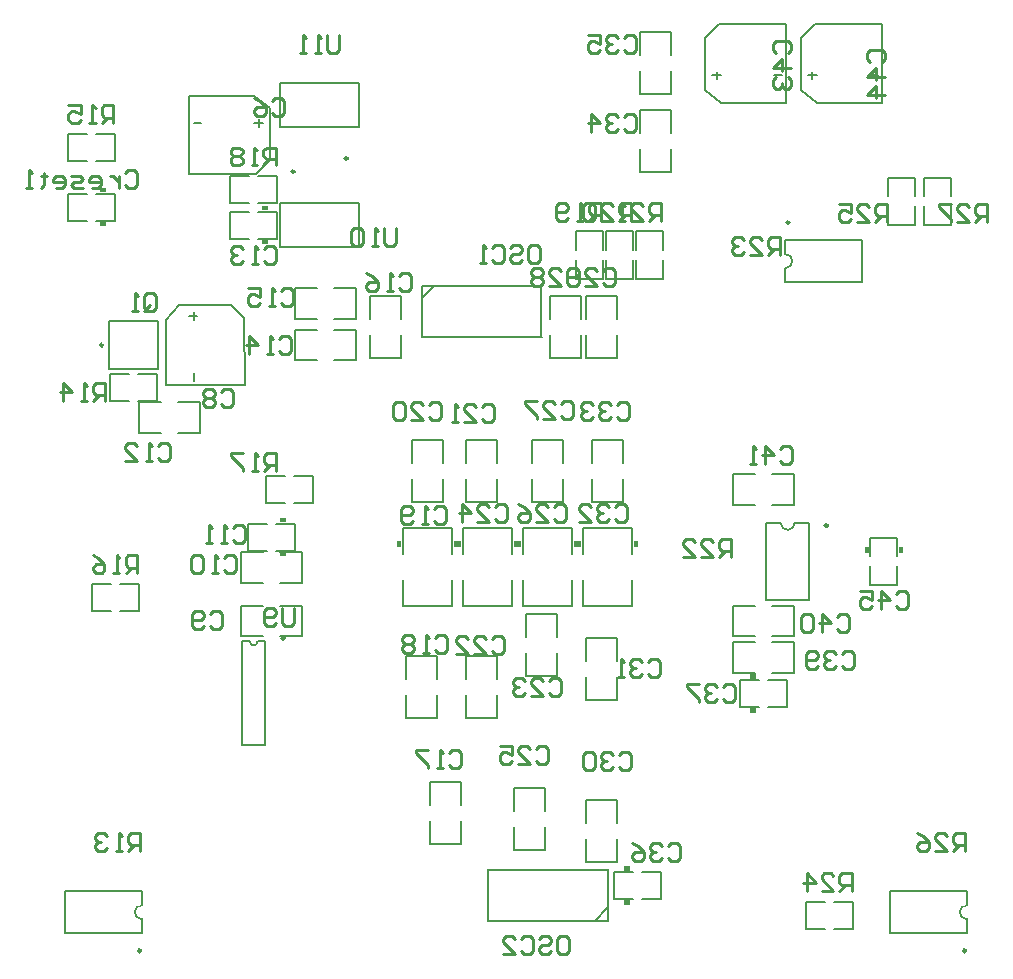
<source format=gbo>
%FSLAX42Y42*%
%MOMM*%
G71*
G01*
G75*
%ADD10R,1.50X1.30*%
%ADD11R,1.50X1.50*%
%ADD12R,2.15X0.40*%
%ADD13R,2.15X0.40*%
%ADD14R,0.40X2.15*%
%ADD15R,0.40X2.15*%
%ADD16R,1.30X1.50*%
%ADD17R,0.30X1.55*%
%ADD18R,1.55X0.30*%
%ADD19R,0.76X2.03*%
%ADD20R,2.03X0.76*%
%ADD21R,0.85X1.60*%
%ADD22R,1.80X1.60*%
%ADD23R,0.60X2.20*%
%ADD24O,1.60X1.40*%
%ADD25R,1.60X1.40*%
%ADD26R,0.60X2.20*%
%ADD27C,0.20*%
%ADD28C,0.30*%
%ADD29C,1.20*%
%ADD30C,0.23*%
%ADD31C,6.35*%
%ADD32C,1.50*%
%ADD33C,1.57*%
%ADD34R,1.57X1.57*%
%ADD35C,1.00*%
%ADD36C,1.25*%
%ADD37R,0.80X2.55*%
%ADD38R,2.55X0.80*%
%ADD39R,1.60X1.80*%
%ADD40O,1.80X2.00*%
%ADD41R,1.80X2.00*%
%ADD42R,0.95X0.90*%
%ADD43R,1.00X1.70*%
%ADD44R,3.40X1.70*%
%ADD45R,2.20X0.60*%
%ADD46R,3.40X1.90*%
%ADD47C,1.00*%
%ADD48C,0.20*%
%ADD49C,0.25*%
%ADD50C,0.25*%
%ADD51C,0.25*%
%ADD52C,0.15*%
%ADD53C,0.23*%
%ADD54R,0.40X0.50*%
%ADD55R,0.40X0.50*%
%ADD56R,19.05X5.08*%
%ADD57C,0.10*%
%ADD58R,0.50X0.40*%
%ADD59R,0.50X0.40*%
D27*
X11653Y17205D02*
G03*
X11653Y17085I0J-60D01*
G01*
X18638Y17205D02*
G03*
X18638Y17085I0J-60D01*
G01*
X17099Y22597D02*
G03*
X17099Y22717I0J60D01*
G01*
X17060Y20442D02*
G03*
X17180Y20442I60J0D01*
G01*
X12565Y19437D02*
G03*
X12632Y19437I33J0D01*
G01*
X12055Y22192D02*
X12121D01*
X12090Y22156D02*
Y22228D01*
Y21641D02*
Y21707D01*
X12189Y21606D02*
X12522D01*
X12520Y22172D02*
X12522Y21606D01*
X12404Y22286D02*
X12520Y22172D01*
X11964Y22286D02*
X12404D01*
X11859Y22156D02*
X11964Y22286D01*
X11859Y21605D02*
Y22156D01*
Y21605D02*
X12189Y21606D01*
X12642Y23795D02*
Y23861D01*
X12606Y23825D02*
X12677D01*
X12090D02*
X12156D01*
X12055Y23394D02*
Y23726D01*
Y23394D02*
X12621Y23396D01*
X12735Y23511D01*
Y23951D01*
X12606Y24056D02*
X12735Y23951D01*
X12055Y24056D02*
X12606D01*
X12055D02*
X12055Y23726D01*
X17104Y24331D02*
X17104Y24000D01*
X16553D02*
X17104D01*
X16424Y24106D02*
X16553Y24000D01*
X16424Y24106D02*
Y24546D01*
X16538Y24661D01*
X17104Y24663D01*
Y24331D02*
Y24663D01*
X17003Y24232D02*
X17069D01*
X16482D02*
X16553D01*
X16518Y24196D02*
Y24262D01*
X17917Y24331D02*
X17917Y24000D01*
X17366D02*
X17917D01*
X17237Y24106D02*
X17366Y24000D01*
X17237Y24106D02*
Y24546D01*
X17351Y24661D01*
X17917Y24663D01*
Y24331D02*
Y24663D01*
X17816Y24232D02*
X17882D01*
X17295D02*
X17366D01*
X17330Y24196D02*
Y24262D01*
X15890Y17489D02*
X16050D01*
X15890Y17259D02*
X16050D01*
Y17489D01*
X15650Y17259D02*
Y17489D01*
X15810D01*
X15650Y17259D02*
X15810D01*
X16956Y19114D02*
X17116D01*
X16956Y18884D02*
X17116D01*
Y19114D01*
X16716Y18884D02*
Y19114D01*
X16876D01*
X16716Y18884D02*
X16876D01*
X12551Y20205D02*
X12711D01*
X12551Y20435D02*
X12711D01*
X12551Y20205D02*
Y20435D01*
X12951Y20205D02*
Y20435D01*
X12791Y20205D02*
X12951D01*
X12791Y20435D02*
X12951D01*
X12398Y22847D02*
X12558D01*
X12398Y23077D02*
X12558D01*
X12398Y22847D02*
Y23077D01*
X12798Y22847D02*
Y23077D01*
X12638Y22847D02*
X12798D01*
X12638Y23077D02*
X12798D01*
X11627Y21206D02*
Y21466D01*
X12147Y21206D02*
Y21466D01*
X11957Y21206D02*
X12147D01*
X11957Y21466D02*
X12147D01*
X11627Y21206D02*
X11817D01*
X11627Y21466D02*
X11817D01*
X13891Y19310D02*
X14151D01*
X13891Y18790D02*
X14151D01*
X13891D02*
Y18980D01*
X14151Y18790D02*
Y18980D01*
X13891Y19120D02*
Y19310D01*
X14151Y19120D02*
Y19310D01*
X14399Y18790D02*
X14659D01*
X14399Y19310D02*
X14659D01*
Y19120D02*
Y19310D01*
X14399Y19120D02*
Y19310D01*
X14659Y18790D02*
Y18980D01*
X14399Y18790D02*
Y18980D01*
X14907Y19146D02*
X15167D01*
X14907Y19666D02*
X15167D01*
Y19476D02*
Y19666D01*
X14907Y19476D02*
Y19666D01*
X15167Y19146D02*
Y19336D01*
X14907Y19146D02*
Y19336D01*
X15415Y18942D02*
X15675D01*
X15415Y19462D02*
X15675D01*
Y19272D02*
Y19462D01*
X15415Y19272D02*
Y19462D01*
X15675Y18942D02*
Y19132D01*
X15415Y18942D02*
Y19132D01*
X14399Y21139D02*
X14659D01*
X14399Y20619D02*
X14659D01*
X14399D02*
Y20809D01*
X14659Y20619D02*
Y20809D01*
X14399Y20949D02*
Y21139D01*
X14659Y20949D02*
Y21139D01*
X15466D02*
X15726D01*
X15466Y20619D02*
X15726D01*
X15466D02*
Y20809D01*
X15726Y20619D02*
Y20809D01*
X15466Y20949D02*
Y21139D01*
X15726Y20949D02*
Y21139D01*
X14958D02*
X15218D01*
X14958Y20619D02*
X15218D01*
X14958D02*
Y20809D01*
X15218Y20619D02*
Y20809D01*
X14958Y20949D02*
Y21139D01*
X15218Y20949D02*
Y21139D01*
X13468Y21816D02*
Y22076D01*
X12948Y21816D02*
Y22076D01*
X13138D01*
X12948Y21816D02*
X13138D01*
X13278Y22076D02*
X13468D01*
X13278Y21816D02*
X13468D01*
X13942Y21139D02*
X14202D01*
X13942Y20619D02*
X14202D01*
X13942D02*
Y20809D01*
X14202Y20619D02*
Y20809D01*
X13942Y20949D02*
Y21139D01*
X14202Y20949D02*
Y21139D01*
X13468Y22171D02*
Y22431D01*
X12948Y22171D02*
Y22431D01*
X13138D01*
X12948Y22171D02*
X13138D01*
X13278Y22431D02*
X13468D01*
X13278Y22171D02*
X13468D01*
X13586Y21838D02*
X13846D01*
X13586Y22358D02*
X13846D01*
Y22168D02*
Y22358D01*
X13586Y22168D02*
Y22358D01*
X13846Y21838D02*
Y22028D01*
X13586Y21838D02*
Y22028D01*
X15110Y21838D02*
X15370D01*
X15110Y22358D02*
X15370D01*
Y22168D02*
Y22358D01*
X15110Y22168D02*
Y22358D01*
X15370Y21838D02*
Y22028D01*
X15110Y21838D02*
Y22028D01*
X15415Y21838D02*
X15675D01*
X15415Y22358D02*
X15675D01*
Y22168D02*
Y22358D01*
X15415Y22168D02*
Y22358D01*
X15675Y21838D02*
Y22028D01*
X15415Y21838D02*
Y22028D01*
X16656Y20596D02*
Y20856D01*
X17176Y20596D02*
Y20856D01*
X16986Y20596D02*
X17176D01*
X16986Y20856D02*
X17176D01*
X16656Y20596D02*
X16846D01*
X16656Y20856D02*
X16846D01*
X16656Y19479D02*
Y19739D01*
X17176Y19479D02*
Y19739D01*
X16986Y19479D02*
X17176D01*
X16986Y19739D02*
X17176D01*
X16656Y19479D02*
X16846D01*
X16656Y19739D02*
X16846D01*
X16656Y19174D02*
Y19434D01*
X17176Y19174D02*
Y19434D01*
X16986Y19174D02*
X17176D01*
X16986Y19434D02*
X17176D01*
X16656Y19174D02*
X16846D01*
X16656Y19434D02*
X16846D01*
X15415Y18091D02*
X15675D01*
X15415Y17571D02*
X15675D01*
X15415D02*
Y17761D01*
X15675Y17571D02*
Y17761D01*
X15415Y17901D02*
Y18091D01*
X15675Y17901D02*
Y18091D01*
X14805Y18192D02*
X15065D01*
X14805Y17672D02*
X15065D01*
X14805D02*
Y17862D01*
X15065Y17672D02*
Y17862D01*
X14805Y18002D02*
Y18192D01*
X15065Y18002D02*
Y18192D01*
X13011Y19479D02*
Y19739D01*
X12491Y19479D02*
Y19739D01*
X12681D01*
X12491Y19479D02*
X12681D01*
X12821Y19739D02*
X13011D01*
X12821Y19479D02*
X13011D01*
Y19936D02*
Y20196D01*
X12491Y19936D02*
Y20196D01*
X12681D01*
X12491Y19936D02*
X12681D01*
X12821Y20196D02*
X13011D01*
X12821Y19936D02*
X13011D01*
X18047Y19917D02*
Y20077D01*
X17817Y19917D02*
Y20077D01*
Y19917D02*
X18047D01*
X17817Y20317D02*
X18047D01*
Y20157D02*
Y20317D01*
X17817Y20157D02*
Y20317D01*
X14094Y18243D02*
X14354D01*
X14094Y17723D02*
X14354D01*
X14094D02*
Y17913D01*
X14354Y17723D02*
Y17913D01*
X14094Y18053D02*
Y18243D01*
X14354Y18053D02*
Y18243D01*
X11027Y22999D02*
X11187D01*
X11027Y23229D02*
X11187D01*
X11027Y22999D02*
Y23229D01*
X11427Y22999D02*
Y23229D01*
X11267Y22999D02*
X11427D01*
X11267Y23229D02*
X11427D01*
X14026Y22344D02*
X14129Y22448D01*
X14138D01*
X14021Y22116D02*
Y22371D01*
Y22448D02*
X15037D01*
X15034Y22014D02*
Y22443D01*
X14021Y22017D02*
X15037D01*
X14021Y22015D02*
Y22116D01*
Y22371D02*
Y22448D01*
X11377Y21746D02*
Y22146D01*
Y21746D02*
X11787D01*
Y22146D01*
X11377D02*
X11787D01*
X11653Y16965D02*
Y17085D01*
Y17205D02*
Y17325D01*
X11003Y16965D02*
Y17325D01*
Y16965D02*
X11653D01*
X11003Y17325D02*
X11653D01*
X18638Y16965D02*
Y17085D01*
Y17205D02*
Y17325D01*
X17988Y16965D02*
Y17325D01*
Y16965D02*
X18638D01*
X17988Y17325D02*
X18638D01*
X11622Y21705D02*
X11782D01*
X11622Y21475D02*
X11782D01*
Y21705D01*
X11382Y21475D02*
Y21705D01*
X11542D01*
X11382Y21475D02*
X11542D01*
X18200Y22965D02*
Y23125D01*
X17970Y22965D02*
Y23125D01*
Y22965D02*
X18200D01*
X17970Y23365D02*
X18200D01*
Y23205D02*
Y23365D01*
X17970Y23205D02*
Y23365D01*
X17099Y22717D02*
Y22837D01*
Y22477D02*
Y22597D01*
X17749Y22477D02*
Y22837D01*
X17099D02*
X17749D01*
X17099Y22477D02*
X17749D01*
X15812Y22508D02*
Y22668D01*
X15582Y22508D02*
Y22668D01*
Y22508D02*
X15812D01*
X15582Y22908D02*
X15812D01*
Y22748D02*
Y22908D01*
X15582Y22748D02*
Y22908D01*
X16066Y22508D02*
Y22668D01*
X15836Y22508D02*
Y22668D01*
Y22508D02*
X16066D01*
X15836Y22908D02*
X16066D01*
Y22748D02*
Y22908D01*
X15836Y22748D02*
Y22908D01*
X15558Y22508D02*
Y22668D01*
X15328Y22508D02*
Y22668D01*
Y22508D02*
X15558D01*
X15328Y22908D02*
X15558D01*
Y22748D02*
Y22908D01*
X15328Y22748D02*
Y22908D01*
X11230Y19697D02*
X11390D01*
X11230Y19927D02*
X11390D01*
X11230Y19697D02*
Y19927D01*
X11630Y19697D02*
Y19927D01*
X11470Y19697D02*
X11630D01*
X11470Y19927D02*
X11630D01*
X17180Y20442D02*
X17300D01*
X16940D02*
X17060D01*
X16940Y19792D02*
X17300D01*
Y20442D01*
X16940Y19792D02*
Y20442D01*
X12638Y23381D02*
X12798D01*
X12638Y23151D02*
X12798D01*
Y23381D01*
X12398Y23151D02*
Y23381D01*
X12558D01*
X12398Y23151D02*
X12558D01*
X12822Y22777D02*
Y23147D01*
X13492D01*
Y22777D02*
Y23147D01*
X12822Y22777D02*
X13492D01*
X12498Y18562D02*
Y19437D01*
X12698Y18562D02*
Y19437D01*
X12498Y18562D02*
X12698D01*
X12498Y19437D02*
X12565D01*
X12632D02*
X12698D01*
X15872Y24073D02*
X16132D01*
X15872Y24593D02*
X16132D01*
Y24403D02*
Y24593D01*
X15872Y24403D02*
Y24593D01*
X16132Y24073D02*
Y24263D01*
X15872Y24073D02*
Y24263D01*
Y23933D02*
X16132D01*
X15872Y23413D02*
X16132D01*
X15872D02*
Y23603D01*
X16132Y23413D02*
Y23603D01*
X15872Y23743D02*
Y23933D01*
X16132Y23743D02*
Y23933D01*
X17275Y17005D02*
X17435D01*
X17275Y17235D02*
X17435D01*
X17275Y17005D02*
Y17235D01*
X17675Y17005D02*
Y17235D01*
X17515Y17005D02*
X17675D01*
X17515Y17235D02*
X17675D01*
X13492Y23793D02*
Y24163D01*
X12822Y23793D02*
X13492D01*
X12822D02*
Y24163D01*
X13492D01*
X18505Y22965D02*
Y23125D01*
X18275Y22965D02*
Y23125D01*
Y22965D02*
X18505D01*
X18275Y23365D02*
X18505D01*
Y23205D02*
Y23365D01*
X18275Y23205D02*
Y23365D01*
X11027Y23507D02*
X11187D01*
X11027Y23737D02*
X11187D01*
X11027Y23507D02*
Y23737D01*
X11427Y23507D02*
Y23737D01*
X11267Y23507D02*
X11427D01*
X11267Y23737D02*
X11427D01*
X15487Y17074D02*
X15591Y17178D01*
X15479Y17074D02*
X15487D01*
X15596Y17152D02*
Y17407D01*
X14580Y17074D02*
X15596D01*
X14582Y17079D02*
Y17508D01*
X14580Y17506D02*
X15596D01*
Y17407D02*
Y17507D01*
Y17074D02*
Y17152D01*
X12703Y20611D02*
X12863D01*
X12703Y20841D02*
X12863D01*
X12703Y20611D02*
Y20841D01*
X13103Y20611D02*
Y20841D01*
X12943Y20611D02*
X13103D01*
X12943Y20841D02*
X13103D01*
X13862Y20176D02*
Y20396D01*
X14282Y20176D02*
Y20396D01*
X13862D02*
X14282D01*
X13862Y19736D02*
X14282D01*
Y19956D01*
X13862Y19736D02*
Y19956D01*
X14370Y20176D02*
Y20396D01*
X14790Y20176D02*
Y20396D01*
X14370D02*
X14790D01*
X14370Y19736D02*
X14790D01*
Y19956D01*
X14370Y19736D02*
Y19956D01*
X15386Y20176D02*
Y20396D01*
X15806Y20176D02*
Y20396D01*
X15386D02*
X15806D01*
X15386Y19736D02*
X15806D01*
Y19956D01*
X15386Y19736D02*
Y19956D01*
X14878Y20176D02*
Y20396D01*
X15298Y20176D02*
Y20396D01*
X14878D02*
X15298D01*
X14878Y19736D02*
X15298D01*
Y19956D01*
X14878Y19736D02*
Y19956D01*
D49*
X11325Y21946D02*
G03*
X11325Y21946I-12J0D01*
G01*
X11643Y16818D02*
G03*
X11643Y16818I-12J0D01*
G01*
X18628D02*
G03*
X18628Y16818I-12J0D01*
G01*
X17134Y22984D02*
G03*
X17134Y22984I-12J0D01*
G01*
X17460Y20419D02*
G03*
X17460Y20419I-12J0D01*
G01*
X12945Y23414D02*
G03*
X12945Y23414I-12J0D01*
G01*
X12861Y19465D02*
G03*
X12861Y19465I-12J0D01*
G01*
X13395Y23525D02*
G03*
X13395Y23525I-12J0D01*
G01*
D50*
X12319Y21552D02*
X12344Y21577D01*
X12395D01*
X12421Y21552D01*
Y21450D01*
X12395Y21425D01*
X12344D01*
X12319Y21450D01*
X12268Y21552D02*
X12243Y21577D01*
X12192D01*
X12167Y21552D01*
Y21526D01*
X12192Y21501D01*
X12167Y21476D01*
Y21450D01*
X12192Y21425D01*
X12243D01*
X12268Y21450D01*
Y21476D01*
X12243Y21501D01*
X12268Y21526D01*
Y21552D01*
X12243Y21501D02*
X12192D01*
X12751Y24016D02*
X12776Y24041D01*
X12827D01*
X12852Y24016D01*
Y23914D01*
X12827Y23889D01*
X12776D01*
X12751Y23914D01*
X12598Y24041D02*
X12649Y24016D01*
X12700Y23965D01*
Y23914D01*
X12675Y23889D01*
X12624D01*
X12598Y23914D01*
Y23939D01*
X12624Y23965D01*
X12700D01*
X12789Y20879D02*
Y21031D01*
X12713D01*
X12687Y21006D01*
Y20955D01*
X12713Y20930D01*
X12789D01*
X12738D02*
X12687Y20879D01*
X12637D02*
X12586D01*
X12611D01*
Y21031D01*
X12637Y21006D01*
X12510Y21031D02*
X12408D01*
Y21006D01*
X12510Y20904D01*
Y20879D01*
X11786Y21095D02*
X11811Y21120D01*
X11862D01*
X11887Y21095D01*
Y20993D01*
X11862Y20968D01*
X11811D01*
X11786Y20993D01*
X11735Y20968D02*
X11684D01*
X11709D01*
Y21120D01*
X11735Y21095D01*
X11506Y20968D02*
X11608D01*
X11506Y21069D01*
Y21095D01*
X11532Y21120D01*
X11582D01*
X11608Y21095D01*
X14135Y19469D02*
X14161Y19494D01*
X14211D01*
X14237Y19469D01*
Y19367D01*
X14211Y19342D01*
X14161D01*
X14135Y19367D01*
X14084Y19342D02*
X14034D01*
X14059D01*
Y19494D01*
X14084Y19469D01*
X13957D02*
X13932Y19494D01*
X13881D01*
X13856Y19469D01*
Y19444D01*
X13881Y19418D01*
X13856Y19393D01*
Y19367D01*
X13881Y19342D01*
X13932D01*
X13957Y19367D01*
Y19393D01*
X13932Y19418D01*
X13957Y19444D01*
Y19469D01*
X13932Y19418D02*
X13881D01*
X14618Y19456D02*
X14643Y19482D01*
X14694D01*
X14719Y19456D01*
Y19355D01*
X14694Y19329D01*
X14643D01*
X14618Y19355D01*
X14465Y19329D02*
X14567D01*
X14465Y19431D01*
Y19456D01*
X14491Y19482D01*
X14542D01*
X14567Y19456D01*
X14313Y19329D02*
X14415D01*
X14313Y19431D01*
Y19456D01*
X14338Y19482D01*
X14389D01*
X14415Y19456D01*
X15100Y19101D02*
X15126Y19126D01*
X15177D01*
X15202Y19101D01*
Y18999D01*
X15177Y18974D01*
X15126D01*
X15100Y18999D01*
X14948Y18974D02*
X15050D01*
X14948Y19075D01*
Y19101D01*
X14973Y19126D01*
X15024D01*
X15050Y19101D01*
X14897D02*
X14872Y19126D01*
X14821D01*
X14796Y19101D01*
Y19075D01*
X14821Y19050D01*
X14846D01*
X14821D01*
X14796Y19025D01*
Y18999D01*
X14821Y18974D01*
X14872D01*
X14897Y18999D01*
X15939Y19266D02*
X15964Y19291D01*
X16015D01*
X16040Y19266D01*
Y19164D01*
X16015Y19139D01*
X15964D01*
X15939Y19164D01*
X15888Y19266D02*
X15862Y19291D01*
X15812D01*
X15786Y19266D01*
Y19240D01*
X15812Y19215D01*
X15837D01*
X15812D01*
X15786Y19190D01*
Y19164D01*
X15812Y19139D01*
X15862D01*
X15888Y19164D01*
X15735Y19139D02*
X15685D01*
X15710D01*
Y19291D01*
X15735Y19266D01*
X14529Y21425D02*
X14554Y21450D01*
X14605D01*
X14630Y21425D01*
Y21323D01*
X14605Y21298D01*
X14554D01*
X14529Y21323D01*
X14376Y21298D02*
X14478D01*
X14376Y21399D01*
Y21425D01*
X14402Y21450D01*
X14453D01*
X14478Y21425D01*
X14326Y21298D02*
X14275D01*
X14300D01*
Y21450D01*
X14326Y21425D01*
X15672Y21438D02*
X15697Y21463D01*
X15748D01*
X15773Y21438D01*
Y21336D01*
X15748Y21311D01*
X15697D01*
X15672Y21336D01*
X15621Y21438D02*
X15596Y21463D01*
X15545D01*
X15519Y21438D01*
Y21412D01*
X15545Y21387D01*
X15570D01*
X15545D01*
X15519Y21361D01*
Y21336D01*
X15545Y21311D01*
X15596D01*
X15621Y21336D01*
X15469Y21438D02*
X15443Y21463D01*
X15393D01*
X15367Y21438D01*
Y21412D01*
X15393Y21387D01*
X15418D01*
X15393D01*
X15367Y21361D01*
Y21336D01*
X15393Y21311D01*
X15443D01*
X15469Y21336D01*
X15202Y21450D02*
X15227Y21476D01*
X15278D01*
X15304Y21450D01*
Y21349D01*
X15278Y21323D01*
X15227D01*
X15202Y21349D01*
X15050Y21323D02*
X15151D01*
X15050Y21425D01*
Y21450D01*
X15075Y21476D01*
X15126D01*
X15151Y21450D01*
X14999Y21476D02*
X14897D01*
Y21450D01*
X14999Y21349D01*
Y21323D01*
X12814Y21996D02*
X12840Y22022D01*
X12891D01*
X12916Y21996D01*
Y21895D01*
X12891Y21869D01*
X12840D01*
X12814Y21895D01*
X12764Y21869D02*
X12713D01*
X12738D01*
Y22022D01*
X12764Y21996D01*
X12560Y21869D02*
Y22022D01*
X12637Y21946D01*
X12535D01*
X14084Y21438D02*
X14110Y21463D01*
X14161D01*
X14186Y21438D01*
Y21336D01*
X14161Y21311D01*
X14110D01*
X14084Y21336D01*
X13932Y21311D02*
X14034D01*
X13932Y21412D01*
Y21438D01*
X13957Y21463D01*
X14008D01*
X14034Y21438D01*
X13881D02*
X13856Y21463D01*
X13805D01*
X13780Y21438D01*
Y21336D01*
X13805Y21311D01*
X13856D01*
X13881Y21336D01*
Y21438D01*
X12827Y22403D02*
X12852Y22428D01*
X12903D01*
X12929Y22403D01*
Y22301D01*
X12903Y22276D01*
X12852D01*
X12827Y22301D01*
X12776Y22276D02*
X12725D01*
X12751D01*
Y22428D01*
X12776Y22403D01*
X12548Y22428D02*
X12649D01*
Y22352D01*
X12599Y22377D01*
X12573D01*
X12548Y22352D01*
Y22301D01*
X12573Y22276D01*
X12624D01*
X12649Y22301D01*
X13830Y22530D02*
X13856Y22555D01*
X13907D01*
X13932Y22530D01*
Y22428D01*
X13907Y22403D01*
X13856D01*
X13830Y22428D01*
X13780Y22403D02*
X13729D01*
X13754D01*
Y22555D01*
X13780Y22530D01*
X13551Y22555D02*
X13602Y22530D01*
X13653Y22479D01*
Y22428D01*
X13627Y22403D01*
X13576D01*
X13551Y22428D01*
Y22454D01*
X13576Y22479D01*
X13653D01*
X15253Y22570D02*
X15278Y22596D01*
X15329D01*
X15354Y22570D01*
Y22469D01*
X15329Y22443D01*
X15278D01*
X15253Y22469D01*
X15100Y22443D02*
X15202D01*
X15100Y22545D01*
Y22570D01*
X15126Y22596D01*
X15177D01*
X15202Y22570D01*
X15050D02*
X15024Y22596D01*
X14973D01*
X14948Y22570D01*
Y22545D01*
X14973Y22520D01*
X14948Y22494D01*
Y22469D01*
X14973Y22443D01*
X15024D01*
X15050Y22469D01*
Y22494D01*
X15024Y22520D01*
X15050Y22545D01*
Y22570D01*
X15024Y22520D02*
X14973D01*
X15558Y22570D02*
X15583Y22596D01*
X15634D01*
X15659Y22570D01*
Y22469D01*
X15634Y22443D01*
X15583D01*
X15558Y22469D01*
X15405Y22443D02*
X15507D01*
X15405Y22545D01*
Y22570D01*
X15431Y22596D01*
X15481D01*
X15507Y22570D01*
X15354Y22469D02*
X15329Y22443D01*
X15278D01*
X15253Y22469D01*
Y22570D01*
X15278Y22596D01*
X15329D01*
X15354Y22570D01*
Y22545D01*
X15329Y22520D01*
X15253D01*
X17059Y21069D02*
X17084Y21095D01*
X17135D01*
X17160Y21069D01*
Y20968D01*
X17135Y20942D01*
X17084D01*
X17059Y20968D01*
X16932Y20942D02*
Y21095D01*
X17008Y21018D01*
X16906D01*
X16856Y20942D02*
X16805D01*
X16830D01*
Y21095D01*
X16856Y21069D01*
X17539Y19647D02*
X17564Y19672D01*
X17615D01*
X17640Y19647D01*
Y19545D01*
X17615Y19520D01*
X17564D01*
X17539Y19545D01*
X17412Y19520D02*
Y19672D01*
X17488Y19596D01*
X17386D01*
X17336Y19647D02*
X17310Y19672D01*
X17259D01*
X17234Y19647D01*
Y19545D01*
X17259Y19520D01*
X17310D01*
X17336Y19545D01*
Y19647D01*
X17577Y19329D02*
X17602Y19355D01*
X17653D01*
X17678Y19329D01*
Y19228D01*
X17653Y19202D01*
X17602D01*
X17577Y19228D01*
X17526Y19329D02*
X17501Y19355D01*
X17450D01*
X17424Y19329D01*
Y19304D01*
X17450Y19279D01*
X17475D01*
X17450D01*
X17424Y19253D01*
Y19228D01*
X17450Y19202D01*
X17501D01*
X17526Y19228D01*
X17374D02*
X17348Y19202D01*
X17298D01*
X17272Y19228D01*
Y19329D01*
X17298Y19355D01*
X17348D01*
X17374Y19329D01*
Y19304D01*
X17348Y19279D01*
X17272D01*
X15690Y18478D02*
X15716Y18503D01*
X15767D01*
X15792Y18478D01*
Y18376D01*
X15767Y18351D01*
X15716D01*
X15690Y18376D01*
X15640Y18478D02*
X15614Y18503D01*
X15563D01*
X15538Y18478D01*
Y18452D01*
X15563Y18427D01*
X15589D01*
X15563D01*
X15538Y18402D01*
Y18376D01*
X15563Y18351D01*
X15614D01*
X15640Y18376D01*
X15487Y18478D02*
X15462Y18503D01*
X15411D01*
X15386Y18478D01*
Y18376D01*
X15411Y18351D01*
X15462D01*
X15487Y18376D01*
Y18478D01*
X14986Y18529D02*
X15011Y18555D01*
X15062D01*
X15088Y18529D01*
Y18428D01*
X15062Y18402D01*
X15011D01*
X14986Y18428D01*
X14834Y18402D02*
X14935D01*
X14834Y18504D01*
Y18529D01*
X14859Y18555D01*
X14910D01*
X14935Y18529D01*
X14681Y18555D02*
X14783D01*
Y18478D01*
X14732Y18504D01*
X14707D01*
X14681Y18478D01*
Y18428D01*
X14707Y18402D01*
X14758D01*
X14783Y18428D01*
X12230Y19672D02*
X12256Y19698D01*
X12306D01*
X12332Y19672D01*
Y19571D01*
X12306Y19545D01*
X12256D01*
X12230Y19571D01*
X12179D02*
X12154Y19545D01*
X12103D01*
X12078Y19571D01*
Y19672D01*
X12103Y19698D01*
X12154D01*
X12179Y19672D01*
Y19647D01*
X12154Y19621D01*
X12078D01*
X12344Y20142D02*
X12370Y20168D01*
X12421D01*
X12446Y20142D01*
Y20041D01*
X12421Y20015D01*
X12370D01*
X12344Y20041D01*
X12294Y20015D02*
X12243D01*
X12268D01*
Y20168D01*
X12294Y20142D01*
X12167D02*
X12141Y20168D01*
X12091D01*
X12065Y20142D01*
Y20041D01*
X12091Y20015D01*
X12141D01*
X12167Y20041D01*
Y20142D01*
X18034Y19837D02*
X18059Y19863D01*
X18110D01*
X18136Y19837D01*
Y19736D01*
X18110Y19710D01*
X18059D01*
X18034Y19736D01*
X17907Y19710D02*
Y19863D01*
X17983Y19787D01*
X17882D01*
X17729Y19863D02*
X17831D01*
Y19787D01*
X17780Y19812D01*
X17755D01*
X17729Y19787D01*
Y19736D01*
X17755Y19710D01*
X17806D01*
X17831Y19736D01*
X14122Y20561D02*
X14148Y20587D01*
X14199D01*
X14224Y20561D01*
Y20460D01*
X14199Y20434D01*
X14148D01*
X14122Y20460D01*
X14072Y20434D02*
X14021D01*
X14046D01*
Y20587D01*
X14072Y20561D01*
X13945Y20460D02*
X13919Y20434D01*
X13869D01*
X13843Y20460D01*
Y20561D01*
X13869Y20587D01*
X13919D01*
X13945Y20561D01*
Y20536D01*
X13919Y20510D01*
X13843D01*
X14643Y20574D02*
X14669Y20599D01*
X14719D01*
X14745Y20574D01*
Y20472D01*
X14719Y20447D01*
X14669D01*
X14643Y20472D01*
X14491Y20447D02*
X14592D01*
X14491Y20549D01*
Y20574D01*
X14516Y20599D01*
X14567D01*
X14592Y20574D01*
X14364Y20447D02*
Y20599D01*
X14440Y20523D01*
X14338D01*
X15138Y20574D02*
X15164Y20599D01*
X15215D01*
X15240Y20574D01*
Y20472D01*
X15215Y20447D01*
X15164D01*
X15138Y20472D01*
X14986Y20447D02*
X15088D01*
X14986Y20549D01*
Y20574D01*
X15011Y20599D01*
X15062D01*
X15088Y20574D01*
X14834Y20599D02*
X14885Y20574D01*
X14935Y20523D01*
Y20472D01*
X14910Y20447D01*
X14859D01*
X14834Y20472D01*
Y20498D01*
X14859Y20523D01*
X14935D01*
X15659Y20574D02*
X15685Y20599D01*
X15735D01*
X15761Y20574D01*
Y20472D01*
X15735Y20447D01*
X15685D01*
X15659Y20472D01*
X15608Y20574D02*
X15583Y20599D01*
X15532D01*
X15507Y20574D01*
Y20549D01*
X15532Y20523D01*
X15558D01*
X15532D01*
X15507Y20498D01*
Y20472D01*
X15532Y20447D01*
X15583D01*
X15608Y20472D01*
X15354Y20447D02*
X15456D01*
X15354Y20549D01*
Y20574D01*
X15380Y20599D01*
X15431D01*
X15456Y20574D01*
X14249Y18491D02*
X14275Y18517D01*
X14326D01*
X14351Y18491D01*
Y18390D01*
X14326Y18364D01*
X14275D01*
X14249Y18390D01*
X14199Y18364D02*
X14148D01*
X14173D01*
Y18517D01*
X14199Y18491D01*
X14072Y18517D02*
X13970D01*
Y18491D01*
X14072Y18390D01*
Y18364D01*
X11506Y23406D02*
X11532Y23431D01*
X11582D01*
X11608Y23406D01*
Y23304D01*
X11582Y23279D01*
X11532D01*
X11506Y23304D01*
X11455Y23381D02*
Y23279D01*
Y23330D01*
X11430Y23355D01*
X11405Y23381D01*
X11379D01*
X11227Y23279D02*
X11278D01*
X11303Y23304D01*
Y23355D01*
X11278Y23381D01*
X11227D01*
X11202Y23355D01*
Y23330D01*
X11303D01*
X11151Y23279D02*
X11075D01*
X11049Y23304D01*
X11075Y23330D01*
X11125D01*
X11151Y23355D01*
X11125Y23381D01*
X11049D01*
X10922Y23279D02*
X10973D01*
X10998Y23304D01*
Y23355D01*
X10973Y23381D01*
X10922D01*
X10897Y23355D01*
Y23330D01*
X10998D01*
X10821Y23406D02*
Y23381D01*
X10846D01*
X10795D01*
X10821D01*
Y23304D01*
X10795Y23279D01*
X10719D02*
X10668D01*
X10694D01*
Y23431D01*
X10719Y23406D01*
X14945Y22791D02*
X14996D01*
X15022Y22766D01*
Y22664D01*
X14996Y22639D01*
X14945D01*
X14920Y22664D01*
Y22766D01*
X14945Y22791D01*
X14768Y22766D02*
X14793Y22791D01*
X14844D01*
X14869Y22766D01*
Y22741D01*
X14844Y22715D01*
X14793D01*
X14768Y22690D01*
Y22664D01*
X14793Y22639D01*
X14844D01*
X14869Y22664D01*
X14615Y22766D02*
X14641Y22791D01*
X14691D01*
X14717Y22766D01*
Y22664D01*
X14691Y22639D01*
X14641D01*
X14615Y22664D01*
X14565Y22639D02*
X14514D01*
X14539D01*
Y22791D01*
X14565Y22766D01*
X11671Y22258D02*
Y22360D01*
X11697Y22385D01*
X11748D01*
X11773Y22360D01*
Y22258D01*
X11748Y22233D01*
X11697D01*
X11722Y22283D02*
X11671Y22233D01*
X11697D02*
X11671Y22258D01*
X11621Y22233D02*
X11570D01*
X11595D01*
Y22385D01*
X11621Y22360D01*
X11638Y17666D02*
Y17818D01*
X11562D01*
X11537Y17793D01*
Y17742D01*
X11562Y17716D01*
X11638D01*
X11587D02*
X11537Y17666D01*
X11486D02*
X11435D01*
X11461D01*
Y17818D01*
X11486Y17793D01*
X11359D02*
X11334Y17818D01*
X11283D01*
X11257Y17793D01*
Y17767D01*
X11283Y17742D01*
X11308D01*
X11283D01*
X11257Y17716D01*
Y17691D01*
X11283Y17666D01*
X11334D01*
X11359Y17691D01*
X18623Y17666D02*
Y17818D01*
X18547D01*
X18522Y17793D01*
Y17742D01*
X18547Y17716D01*
X18623D01*
X18572D02*
X18522Y17666D01*
X18369D02*
X18471D01*
X18369Y17767D01*
Y17793D01*
X18395Y17818D01*
X18446D01*
X18471Y17793D01*
X18217Y17818D02*
X18268Y17793D01*
X18319Y17742D01*
Y17691D01*
X18293Y17666D01*
X18242D01*
X18217Y17691D01*
Y17716D01*
X18242Y17742D01*
X18319D01*
X11341Y21476D02*
Y21628D01*
X11265D01*
X11240Y21603D01*
Y21552D01*
X11265Y21526D01*
X11341D01*
X11290D02*
X11240Y21476D01*
X11189D02*
X11138D01*
X11163D01*
Y21628D01*
X11189Y21603D01*
X10986Y21476D02*
Y21628D01*
X11062Y21552D01*
X10960D01*
X17958Y22987D02*
Y23139D01*
X17882D01*
X17856Y23114D01*
Y23063D01*
X17882Y23038D01*
X17958D01*
X17907D02*
X17856Y22987D01*
X17704D02*
X17805D01*
X17704Y23089D01*
Y23114D01*
X17729Y23139D01*
X17780D01*
X17805Y23114D01*
X17552Y23139D02*
X17653D01*
Y23063D01*
X17602Y23089D01*
X17577D01*
X17552Y23063D01*
Y23012D01*
X17577Y22987D01*
X17628D01*
X17653Y23012D01*
X17056Y22708D02*
Y22860D01*
X16980D01*
X16955Y22835D01*
Y22784D01*
X16980Y22758D01*
X17056D01*
X17005D02*
X16955Y22708D01*
X16802D02*
X16904D01*
X16802Y22809D01*
Y22835D01*
X16828Y22860D01*
X16878D01*
X16904Y22835D01*
X16751D02*
X16726Y22860D01*
X16675D01*
X16650Y22835D01*
Y22809D01*
X16675Y22784D01*
X16701D01*
X16675D01*
X16650Y22758D01*
Y22733D01*
X16675Y22708D01*
X16726D01*
X16751Y22733D01*
X15796Y22995D02*
Y23147D01*
X15720D01*
X15695Y23122D01*
Y23071D01*
X15720Y23045D01*
X15796D01*
X15745D02*
X15695Y22995D01*
X15542D02*
X15644D01*
X15542Y23096D01*
Y23122D01*
X15568Y23147D01*
X15619D01*
X15644Y23122D01*
X15492D02*
X15466Y23147D01*
X15415D01*
X15390Y23122D01*
Y23020D01*
X15415Y22995D01*
X15466D01*
X15492Y23020D01*
Y23122D01*
X16050Y22995D02*
Y23147D01*
X15974D01*
X15949Y23122D01*
Y23071D01*
X15974Y23045D01*
X16050D01*
X15999D02*
X15949Y22995D01*
X15796D02*
X15898D01*
X15796Y23096D01*
Y23122D01*
X15822Y23147D01*
X15873D01*
X15898Y23122D01*
X15746Y22995D02*
X15695D01*
X15720D01*
Y23147D01*
X15746Y23122D01*
X15542Y22995D02*
Y23147D01*
X15466D01*
X15441Y23122D01*
Y23071D01*
X15466Y23045D01*
X15542D01*
X15491D02*
X15441Y22995D01*
X15390D02*
X15339D01*
X15365D01*
Y23147D01*
X15390Y23122D01*
X15263Y23020D02*
X15238Y22995D01*
X15187D01*
X15161Y23020D01*
Y23122D01*
X15187Y23147D01*
X15238D01*
X15263Y23122D01*
Y23096D01*
X15238Y23071D01*
X15161D01*
X11615Y20013D02*
Y20165D01*
X11539D01*
X11514Y20140D01*
Y20089D01*
X11539Y20063D01*
X11615D01*
X11565D02*
X11514Y20013D01*
X11463D02*
X11412D01*
X11438D01*
Y20165D01*
X11463Y20140D01*
X11235Y20165D02*
X11285Y20140D01*
X11336Y20089D01*
Y20038D01*
X11311Y20013D01*
X11260D01*
X11235Y20038D01*
Y20063D01*
X11260Y20089D01*
X11336D01*
X16637Y20155D02*
Y20307D01*
X16561D01*
X16535Y20282D01*
Y20231D01*
X16561Y20206D01*
X16637D01*
X16586D02*
X16535Y20155D01*
X16383D02*
X16485D01*
X16383Y20256D01*
Y20282D01*
X16408Y20307D01*
X16459D01*
X16485Y20282D01*
X16231Y20155D02*
X16332D01*
X16231Y20256D01*
Y20282D01*
X16256Y20307D01*
X16307D01*
X16332Y20282D01*
X12784Y23467D02*
Y23619D01*
X12708D01*
X12682Y23594D01*
Y23543D01*
X12708Y23518D01*
X12784D01*
X12733D02*
X12682Y23467D01*
X12631D02*
X12581D01*
X12606D01*
Y23619D01*
X12631Y23594D01*
X12505D02*
X12479Y23619D01*
X12428D01*
X12403Y23594D01*
Y23569D01*
X12428Y23543D01*
X12403Y23518D01*
Y23492D01*
X12428Y23467D01*
X12479D01*
X12505Y23492D01*
Y23518D01*
X12479Y23543D01*
X12505Y23569D01*
Y23594D01*
X12479Y23543D02*
X12428D01*
X13805Y22936D02*
Y22809D01*
X13780Y22784D01*
X13729D01*
X13703Y22809D01*
Y22936D01*
X13653Y22784D02*
X13602D01*
X13627D01*
Y22936D01*
X13653Y22911D01*
X13526D02*
X13500Y22936D01*
X13449D01*
X13424Y22911D01*
Y22809D01*
X13449Y22784D01*
X13500D01*
X13526Y22809D01*
Y22911D01*
X12944Y19718D02*
Y19591D01*
X12918Y19566D01*
X12868D01*
X12842Y19591D01*
Y19718D01*
X12791Y19591D02*
X12766Y19566D01*
X12715D01*
X12690Y19591D01*
Y19693D01*
X12715Y19718D01*
X12766D01*
X12791Y19693D01*
Y19667D01*
X12766Y19642D01*
X12690D01*
X12687Y22758D02*
X12713Y22784D01*
X12764D01*
X12789Y22758D01*
Y22657D01*
X12764Y22631D01*
X12713D01*
X12687Y22657D01*
X12637Y22631D02*
X12586D01*
X12611D01*
Y22784D01*
X12637Y22758D01*
X12510D02*
X12484Y22784D01*
X12433D01*
X12408Y22758D01*
Y22733D01*
X12433Y22708D01*
X12459D01*
X12433D01*
X12408Y22682D01*
Y22657D01*
X12433Y22631D01*
X12484D01*
X12510Y22657D01*
X16104Y17704D02*
X16129Y17729D01*
X16180D01*
X16205Y17704D01*
Y17602D01*
X16180Y17577D01*
X16129D01*
X16104Y17602D01*
X16053Y17704D02*
X16027Y17729D01*
X15977D01*
X15951Y17704D01*
Y17678D01*
X15977Y17653D01*
X16002D01*
X15977D01*
X15951Y17628D01*
Y17602D01*
X15977Y17577D01*
X16027D01*
X16053Y17602D01*
X15799Y17729D02*
X15850Y17704D01*
X15900Y17653D01*
Y17602D01*
X15875Y17577D01*
X15824D01*
X15799Y17602D01*
Y17628D01*
X15824Y17653D01*
X15900D01*
X12421Y20396D02*
X12446Y20422D01*
X12497D01*
X12522Y20396D01*
Y20295D01*
X12497Y20269D01*
X12446D01*
X12421Y20295D01*
X12370Y20269D02*
X12319D01*
X12344D01*
Y20422D01*
X12370Y20396D01*
X12243Y20269D02*
X12192D01*
X12217D01*
Y20422D01*
X12243Y20396D01*
X16574Y19050D02*
X16599Y19075D01*
X16650D01*
X16675Y19050D01*
Y18948D01*
X16650Y18923D01*
X16599D01*
X16574Y18948D01*
X16523Y19050D02*
X16497Y19075D01*
X16447D01*
X16421Y19050D01*
Y19025D01*
X16447Y18999D01*
X16472D01*
X16447D01*
X16421Y18974D01*
Y18948D01*
X16447Y18923D01*
X16497D01*
X16523Y18948D01*
X16370Y19075D02*
X16269D01*
Y19050D01*
X16370Y18948D01*
Y18923D01*
X13322Y24574D02*
Y24447D01*
X13297Y24422D01*
X13246D01*
X13221Y24447D01*
Y24574D01*
X13170Y24422D02*
X13119D01*
X13145D01*
Y24574D01*
X13170Y24549D01*
X13043Y24422D02*
X12992D01*
X13018D01*
Y24574D01*
X13043Y24549D01*
X18809Y22987D02*
Y23139D01*
X18733D01*
X18707Y23114D01*
Y23063D01*
X18733Y23038D01*
X18809D01*
X18758D02*
X18707Y22987D01*
X18555D02*
X18656D01*
X18555Y23089D01*
Y23114D01*
X18580Y23139D01*
X18631D01*
X18656Y23114D01*
X18504Y23139D02*
X18402D01*
Y23114D01*
X18504Y23012D01*
Y22987D01*
X17661Y17320D02*
Y17473D01*
X17584D01*
X17559Y17447D01*
Y17396D01*
X17584Y17371D01*
X17661D01*
X17610D02*
X17559Y17320D01*
X17407D02*
X17508D01*
X17407Y17422D01*
Y17447D01*
X17432Y17473D01*
X17483D01*
X17508Y17447D01*
X17280Y17320D02*
Y17473D01*
X17356Y17396D01*
X17254D01*
X11412Y23823D02*
Y23975D01*
X11336D01*
X11311Y23950D01*
Y23899D01*
X11336Y23873D01*
X11412D01*
X11361D02*
X11311Y23823D01*
X11260D02*
X11209D01*
X11234D01*
Y23975D01*
X11260Y23950D01*
X11031Y23975D02*
X11133D01*
Y23899D01*
X11082Y23924D01*
X11057D01*
X11031Y23899D01*
Y23848D01*
X11057Y23823D01*
X11108D01*
X11133Y23848D01*
X15189Y16942D02*
X15240D01*
X15265Y16916D01*
Y16815D01*
X15240Y16789D01*
X15189D01*
X15164Y16815D01*
Y16916D01*
X15189Y16942D01*
X15011Y16916D02*
X15037Y16942D01*
X15088D01*
X15113Y16916D01*
Y16891D01*
X15088Y16866D01*
X15037D01*
X15011Y16840D01*
Y16815D01*
X15037Y16789D01*
X15088D01*
X15113Y16815D01*
X14859Y16916D02*
X14885Y16942D01*
X14935D01*
X14961Y16916D01*
Y16815D01*
X14935Y16789D01*
X14885D01*
X14859Y16815D01*
X14707Y16789D02*
X14808D01*
X14707Y16891D01*
Y16916D01*
X14732Y16942D01*
X14783D01*
X14808Y16916D01*
X15735Y23876D02*
X15761Y23901D01*
X15812D01*
X15837Y23876D01*
Y23774D01*
X15812Y23749D01*
X15761D01*
X15735Y23774D01*
X15685Y23876D02*
X15659Y23901D01*
X15608D01*
X15583Y23876D01*
Y23851D01*
X15608Y23825D01*
X15634D01*
X15608D01*
X15583Y23800D01*
Y23774D01*
X15608Y23749D01*
X15659D01*
X15685Y23774D01*
X15456Y23749D02*
Y23901D01*
X15532Y23825D01*
X15431D01*
X15735Y24549D02*
X15761Y24574D01*
X15812D01*
X15837Y24549D01*
Y24447D01*
X15812Y24422D01*
X15761D01*
X15735Y24447D01*
X15685Y24549D02*
X15659Y24574D01*
X15608D01*
X15583Y24549D01*
Y24524D01*
X15608Y24498D01*
X15634D01*
X15608D01*
X15583Y24473D01*
Y24447D01*
X15608Y24422D01*
X15659D01*
X15685Y24447D01*
X15431Y24574D02*
X15532D01*
Y24498D01*
X15481Y24524D01*
X15456D01*
X15431Y24498D01*
Y24447D01*
X15456Y24422D01*
X15507D01*
X15532Y24447D01*
X17018Y24422D02*
X16993Y24448D01*
Y24498D01*
X17018Y24524D01*
X17120D01*
X17145Y24498D01*
Y24448D01*
X17120Y24422D01*
X17145Y24295D02*
X16993D01*
X17069Y24371D01*
Y24270D01*
X17018Y24219D02*
X16993Y24194D01*
Y24143D01*
X17018Y24117D01*
X17043D01*
X17069Y24143D01*
Y24168D01*
Y24143D01*
X17094Y24117D01*
X17120D01*
X17145Y24143D01*
Y24194D01*
X17120Y24219D01*
X17818Y24346D02*
X17793Y24371D01*
Y24422D01*
X17818Y24448D01*
X17920D01*
X17945Y24422D01*
Y24371D01*
X17920Y24346D01*
X17945Y24219D02*
X17793D01*
X17869Y24295D01*
Y24194D01*
X17945Y24067D02*
X17793D01*
X17869Y24143D01*
Y24041D01*
D54*
X18077Y20212D02*
D03*
D55*
X17789Y20212D02*
D03*
X14312Y20261D02*
D03*
X13832D02*
D03*
X14820Y20261D02*
D03*
X14340Y20261D02*
D03*
X15836Y20261D02*
D03*
X15356Y20261D02*
D03*
X15328D02*
D03*
X14848Y20261D02*
D03*
D57*
X15735Y17216D02*
Y17246D01*
X15775D01*
Y17216D01*
X15735D01*
X15743Y17224D02*
X15743Y17237D01*
X15766Y17237D01*
X15766Y17224D01*
X15743Y17224D01*
X15751Y17229D02*
X15758Y17232D01*
X15734Y17504D02*
Y17534D01*
X15774D01*
Y17504D01*
X15734D01*
X15742Y17512D02*
X15742Y17525D01*
X15765Y17525D01*
X15765Y17512D01*
X15742Y17512D01*
X15750Y17517D02*
X15757Y17520D01*
X16801Y18841D02*
Y18871D01*
X16841D01*
Y18841D01*
X16801D01*
X16810Y18849D02*
X16810Y18863D01*
X16833Y18863D01*
X16833Y18849D01*
X16810Y18849D01*
X16818Y18855D02*
X16825Y18857D01*
X16801Y19129D02*
Y19159D01*
X16841D01*
Y19129D01*
X16801D01*
X16809Y19138D02*
X16809Y19151D01*
X16832Y19151D01*
X16832Y19138D01*
X16809Y19138D01*
X16817Y19143D02*
X16824Y19145D01*
D58*
X12846Y20463D02*
D03*
X12693Y23104D02*
D03*
X12695Y22817D02*
D03*
X11323Y22969D02*
D03*
D59*
X12847Y20175D02*
D03*
X11322Y23257D02*
D03*
M02*

</source>
